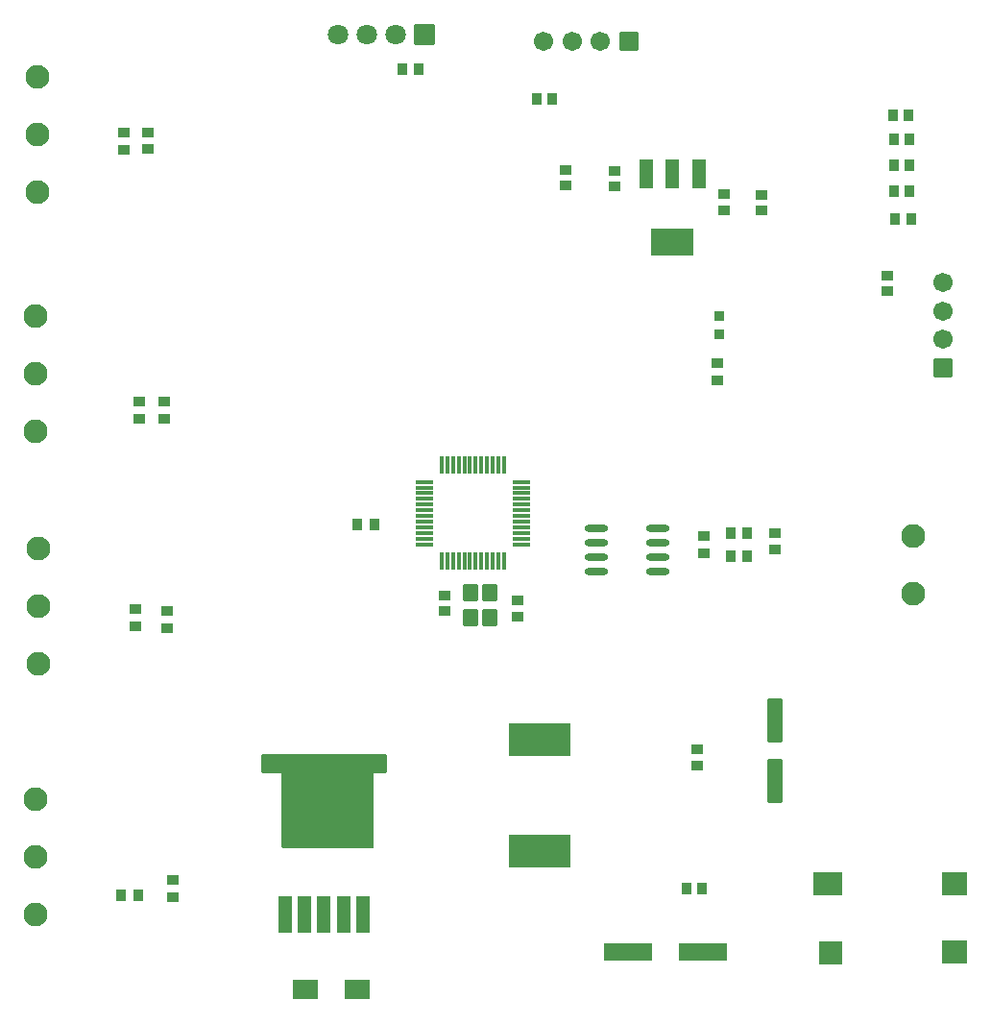
<source format=gts>
G04 Layer: TopSolderMaskLayer*
G04 EasyEDA Pro v2.2.40.8, 2025-07-27 07:59:39*
G04 Gerber Generator version 0.3*
G04 Scale: 100 percent, Rotated: No, Reflected: No*
G04 Dimensions in millimeters*
G04 Leading zeros omitted, absolute positions, 4 integers and 5 decimals*
G04 Generated by one-click*
%FSLAX45Y45*%
%MOMM*%
%AMRoundRect*1,1,$1,$2,$3*1,1,$1,$4,$5*1,1,$1,0-$2,0-$3*1,1,$1,0-$4,0-$5*20,1,$1,$2,$3,$4,$5,0*20,1,$1,$4,$5,0-$2,0-$3,0*20,1,$1,0-$2,0-$3,0-$4,0-$5,0*20,1,$1,0-$4,0-$5,$2,$3,0*4,1,4,$2,$3,$4,$5,0-$2,0-$3,0-$4,0-$5,$2,$3,0*%
%ADD10RoundRect,0.09131X-0.40514X0.45514X0.40514X0.45514*%
%ADD11RoundRect,0.09131X-0.45514X-0.40514X-0.45514X0.40514*%
%ADD12RoundRect,0.09594X-1.02602X0.81284X1.02602X0.81284*%
%ADD13RoundRect,0.09618X-0.85271X0.85271X0.85271X0.85271*%
%ADD14C,1.8016*%
%ADD15RoundRect,0.09816X-2.70171X1.40172X2.70171X1.40172*%
%ADD16RoundRect,0.09131X-0.40519X0.40519X0.40519X0.40519*%
%ADD17RoundRect,0.09138X-0.40835X0.43711X0.40835X0.43711*%
%ADD18RoundRect,0.09138X-0.43711X-0.40835X-0.43711X0.40835*%
%ADD19RoundRect,0.0969X-0.57882X-1.60381X-0.57882X1.60381*%
%ADD20RoundRect,0.09397X-0.57882X-1.60381X-0.57882X1.60381*%
%ADD21RoundRect,0.09368X-0.55396X-1.25396X-0.55396X1.25396*%
%ADD22RoundRect,0.09754X-1.80203X-1.17203X-1.80203X1.17203*%
%ADD23O,0.37003X1.60002*%
%ADD24O,1.60002X0.37003*%
%ADD25RoundRect,0.09424X-0.60368X-0.70368X-0.60368X0.70368*%
%ADD26C,1.7016*%
%ADD27RoundRect,0.09562X-0.76499X0.80299X0.76499X0.80299*%
%ADD28RoundRect,0.09562X-0.80299X-0.76499X-0.80299X0.76499*%
%ADD29C,2.1016*%
%ADD30O,2.05181X0.67*%
%ADD31RoundRect,0.09516X-2.10322X0.70322X2.10322X0.70322*%
%ADD32RoundRect,0.09424X-0.60368X-1.90367X-0.60368X1.90367*%
%ADD33RoundRect,0.09548X-1.05227X-1.00227X-1.05227X1.00227*%
%ADD34RoundRect,0.09526X-1.25238X-0.95238X-1.25238X0.95238*%
%ADD35RoundRect,0.09548X-1.00227X-1.00227X-1.00227X1.00227*%
G75*


G04 Pad Start*
G54D10*
G01X6521597Y-7810504D03*
G01X6381593Y-7810504D03*
G54D11*
G01X6477004Y-6584803D03*
G01X6477004Y-6724807D03*
G01X5321172Y-1614492D03*
G01X5321172Y-1474487D03*
G01X5746774Y-1620994D03*
G01X5746774Y-1480990D03*
G01X6718172Y-1830087D03*
G01X6718172Y-1690082D03*
G01X7048621Y-1835336D03*
G01X7048621Y-1695331D03*
G54D10*
G01X8210398Y-1435100D03*
G01X8350402Y-1435100D03*
G01X8223098Y-1905000D03*
G01X8363102Y-1905000D03*
G01X8200804Y-996946D03*
G01X8340809Y-996946D03*
G54D11*
G01X4248152Y-5225903D03*
G01X4248152Y-5365907D03*
G01X4895848Y-5410200D03*
G01X4895848Y-5270195D03*
G54D10*
G01X3879698Y-586795D03*
G01X4019702Y-586795D03*
G01X8210398Y-1206500D03*
G01X8350402Y-1206500D03*
G01X8210398Y-1663700D03*
G01X8350402Y-1663700D03*
G54D12*
G01X3481591Y-8700210D03*
G01X3020809Y-8702090D03*
G54D13*
G01X4076700Y-281995D03*
G54D14*
G01X3822700Y-281995D03*
G01X3568700Y-281995D03*
G01X3314700Y-281995D03*
G54D15*
G01X5092700Y-7474991D03*
G01X5092700Y-6495009D03*
G54D16*
G01X6673263Y-2923396D03*
G01X6672755Y-2763376D03*
G54D17*
G01X3631336Y-4597400D03*
G01X3480664Y-4597400D03*
G54D18*
G01X6659547Y-3182069D03*
G01X6659547Y-3332742D03*
G54D20*
G01X3528060Y-8040774D03*
G01X3357880Y-8040774D03*
G01X3017520Y-8040774D03*
G01X3187700Y-8040774D03*
G01X2847340Y-8040774D03*
G36*
G01X3619449Y-7450628D02*
G01X2819400Y-7450628D01*
G02X2814399Y-7445626I0J5001D01*
G01X2814399Y-6790228D01*
G01X2641600Y-6790228D01*
G02X2636599Y-6785226I0J5001D01*
G01X2636599Y-6632826D01*
G02X2641600Y-6627825I5001J0D01*
G01X3733800Y-6627825D01*
G02X3738801Y-6632826I0J-5001D01*
G01X3738801Y-6785226D01*
G02X3733800Y-6790228I-5001J0D01*
G01X3624450Y-6790228D01*
G01X3624450Y-7445626D01*
G02X3619449Y-7450628I-5001J0D01*
G37*
G54D21*
G01X6490969Y-1513890D03*
G01X6260972Y-1513890D03*
G01X6030975Y-1513890D03*
G54D22*
G01X6260972Y-2107882D03*
G54D23*
G01X4224994Y-4924993D03*
G01X4275007Y-4924993D03*
G01X4324994Y-4924993D03*
G01X4375006Y-4924993D03*
G01X4424994Y-4924993D03*
G01X4475006Y-4924993D03*
G01X4524993Y-4924993D03*
G01X4575006Y-4924993D03*
G01X4624993Y-4924993D03*
G01X4675006Y-4924993D03*
G01X4724993Y-4924993D03*
G01X4775006Y-4924993D03*
G54D24*
G01X4924993Y-4775006D03*
G01X4924993Y-4724993D03*
G01X4924993Y-4675006D03*
G01X4924993Y-4624993D03*
G01X4924993Y-4575006D03*
G01X4924993Y-4524993D03*
G01X4924993Y-4475006D03*
G01X4924993Y-4424994D03*
G01X4924993Y-4375006D03*
G01X4924993Y-4324994D03*
G01X4924993Y-4275007D03*
G01X4924993Y-4224994D03*
G54D23*
G01X4775006Y-4075007D03*
G01X4724993Y-4075007D03*
G01X4675006Y-4075007D03*
G01X4624993Y-4075007D03*
G01X4575006Y-4075007D03*
G01X4524993Y-4075007D03*
G01X4475006Y-4075007D03*
G01X4424994Y-4075007D03*
G01X4375006Y-4075007D03*
G01X4324994Y-4075007D03*
G01X4275007Y-4075007D03*
G01X4224994Y-4075007D03*
G54D24*
G01X4075007Y-4224994D03*
G01X4075007Y-4275007D03*
G01X4075007Y-4324994D03*
G01X4075007Y-4375006D03*
G01X4075007Y-4424994D03*
G01X4075007Y-4475006D03*
G01X4075007Y-4524993D03*
G01X4075007Y-4575006D03*
G01X4075007Y-4624993D03*
G01X4075007Y-4675006D03*
G01X4075007Y-4724993D03*
G01X4075007Y-4775006D03*
G54D25*
G01X4651932Y-5419877D03*
G01X4651932Y-5199863D03*
G01X4481930Y-5199863D03*
G01X4481930Y-5419877D03*
G54D10*
G01X5060798Y-850900D03*
G01X5200802Y-850900D03*
G54D11*
G01X8150805Y-2406498D03*
G01X8150805Y-2546502D03*
G01X7162804Y-4679803D03*
G01X7162804Y-4819807D03*
G54D26*
G01X5123740Y-339148D03*
G01X5373752Y-339148D03*
G01X5623739Y-339148D03*
G54D27*
G01X5873751Y-339148D03*
G54D26*
G01X8646105Y-2469794D03*
G01X8646105Y-2719807D03*
G01X8646105Y-2969793D03*
G54D28*
G01X8646105Y-3219806D03*
G54D29*
G01X647110Y-8035025D03*
G01X647110Y-7527025D03*
G01X647110Y-7019025D03*
G01X668952Y-5825225D03*
G01X668952Y-5317225D03*
G01X668952Y-4809225D03*
G01X643999Y-3780525D03*
G01X643999Y-3272525D03*
G01X643999Y-2764525D03*
G01X661832Y-1672325D03*
G01X661832Y-1164325D03*
G01X661832Y-656325D03*
G01X8381206Y-5207434D03*
G01X8381206Y-4699434D03*
G54D17*
G01X1550862Y-7866085D03*
G01X1400189Y-7866085D03*
G54D18*
G01X1851747Y-7885836D03*
G01X1851747Y-7735164D03*
G01X1527314Y-5347995D03*
G01X1527314Y-5498668D03*
G01X1804505Y-5510936D03*
G01X1804505Y-5360264D03*
G01X1562758Y-3518764D03*
G01X1562758Y-3669436D03*
G01X1778658Y-3669436D03*
G01X1778658Y-3518764D03*
G01X1421841Y-1145662D03*
G01X1421841Y-1296335D03*
G01X1633825Y-1292738D03*
G01X1633825Y-1142065D03*
G54D17*
G01X6920636Y-4673600D03*
G01X6769964Y-4673600D03*
G54D18*
G01X6540500Y-4699864D03*
G01X6540500Y-4850536D03*
G54D17*
G01X6769964Y-4876800D03*
G01X6920636Y-4876800D03*
G54D30*
G01X5590483Y-4630598D03*
G01X5590483Y-4757598D03*
G01X5590483Y-4884598D03*
G01X5590483Y-5011598D03*
G01X6131503Y-4630598D03*
G01X6131503Y-4757598D03*
G01X6131503Y-4884598D03*
G01X6131503Y-5011598D03*
G54D31*
G01X6524320Y-8369300D03*
G01X5870880Y-8369300D03*
G54D32*
G01X7162825Y-6324295D03*
G01X7162825Y-6858305D03*
G54D33*
G01X8748799Y-7767347D03*
G54D34*
G01X7628801Y-7767347D03*
G54D35*
G01X7653820Y-8377328D03*
G54D33*
G01X8748799Y-8367345D03*
G04 Pad End*

M02*


</source>
